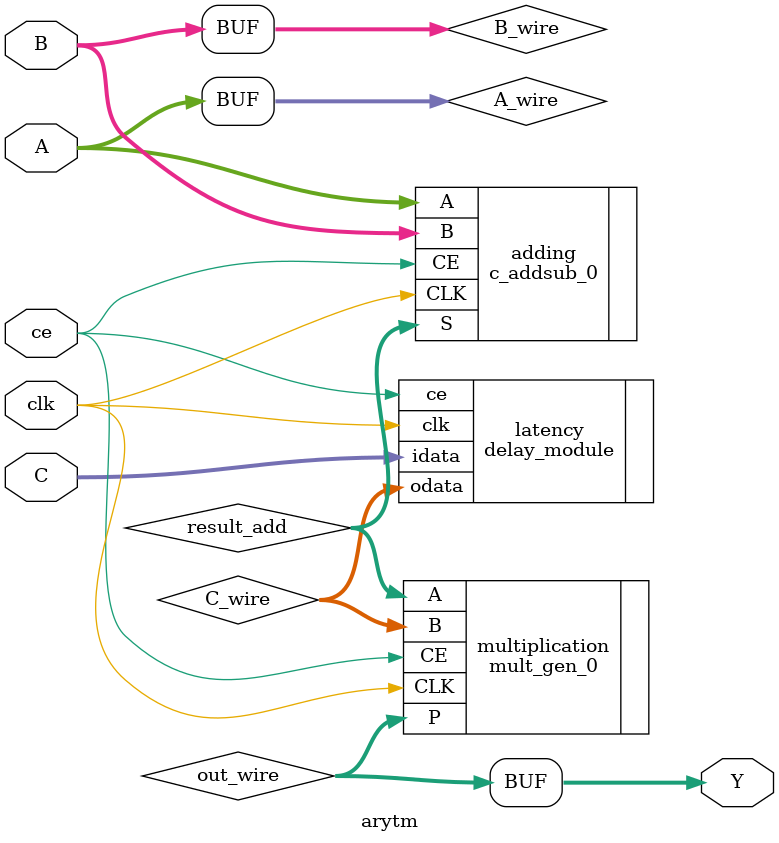
<source format=v>
`timescale 1ns / 1ps


module arytm(
    input clk,
    input ce,
    input [8:0] A, //1 bit znak, 1 bit calkowite, 7 po przecinku
    input [8:0] B,
    input [8:0] C,
    output [18:0] Y // 1 bit znak, 2 bity calkowite, 2*7 po przecinku
    );

wire signed [8:0] A_wire;
wire signed [8:0] B_wire;
wire signed [8:0] C_wire;
wire signed [9:0] result_add; //wynik dodawania czyli 1  bit znak, 2 bity calkowite, 7 po przecinku
wire signed [18:0] out_wire;



c_addsub_0 adding( //latency = 2
    .A(A_wire),
    .B(B_wire),
    .CLK(clk),
    .CE(ce),
    .S(result_add));

delay_module #(
    .N(9),
    .DELAY(2)
)latency(
    .idata(C),
    .clk(clk),
    .ce(ce),
    .odata(C_wire)
);

mult_gen_0 multiplication(
    .CLK(clk),
    .A(result_add),
    .B(C_wire),
    .CE(ce),
    .P(out_wire));
    
assign A_wire = A;
assign B_wire = B;
assign Y = out_wire;

endmodule

</source>
